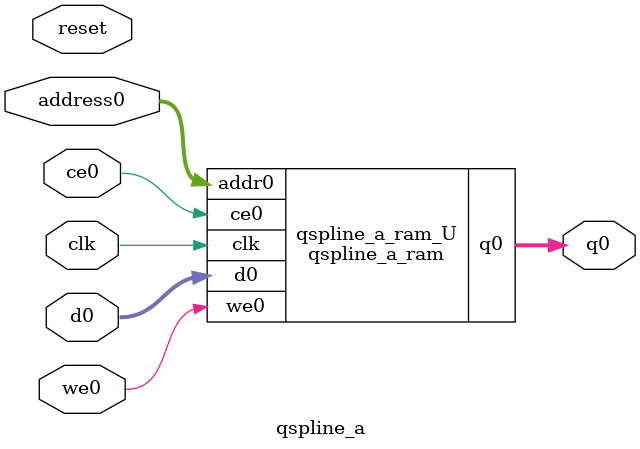
<source format=v>
`timescale 1 ns / 1 ps
module qspline_a_ram (addr0, ce0, d0, we0, q0,  clk);

parameter DWIDTH = 10;
parameter AWIDTH = 23;
parameter MEM_SIZE = 8388608;

input[AWIDTH-1:0] addr0;
input ce0;
input[DWIDTH-1:0] d0;
input we0;
output wire[DWIDTH-1:0] q0;
input clk;

(* ram_style = "block" *)reg [DWIDTH-1:0] ram[0:MEM_SIZE-1];
wire [AWIDTH-1:0] addr0_t0; 
reg [AWIDTH-1:0] addr0_t1; 
wire [DWIDTH-1:0] d0_t0; 
wire we0_t0; 
reg [DWIDTH-1:0] d0_t1; 
reg we0_t1; 
reg [DWIDTH-1:0] q0_t0;
reg [DWIDTH-1:0] q0_t1;


assign addr0_t0 = addr0;
assign d0_t0 = d0;
assign we0_t0 = we0;
assign q0 = q0_t1;

always @(posedge clk)  
begin
    if (ce0) 
    begin
        addr0_t1 <= addr0_t0; 
        d0_t1 <= d0_t0;
        we0_t1 <= we0_t0;
        q0_t1 <= q0_t0;
    end
end


always @(posedge clk)  
begin 
    if (ce0) 
    begin
        if (we0_t1) 
        begin 
            ram[addr0_t1] <= d0_t1; 
        end 
        q0_t0 <= ram[addr0_t1];
    end
end


endmodule

`timescale 1 ns / 1 ps
module qspline_a(
    reset,
    clk,
    address0,
    ce0,
    we0,
    d0,
    q0);

parameter DataWidth = 32'd10;
parameter AddressRange = 32'd8388608;
parameter AddressWidth = 32'd23;
input reset;
input clk;
input[AddressWidth - 1:0] address0;
input ce0;
input we0;
input[DataWidth - 1:0] d0;
output[DataWidth - 1:0] q0;



qspline_a_ram qspline_a_ram_U(
    .clk( clk ),
    .addr0( address0 ),
    .ce0( ce0 ),
    .we0( we0 ),
    .d0( d0 ),
    .q0( q0 ));

endmodule


</source>
